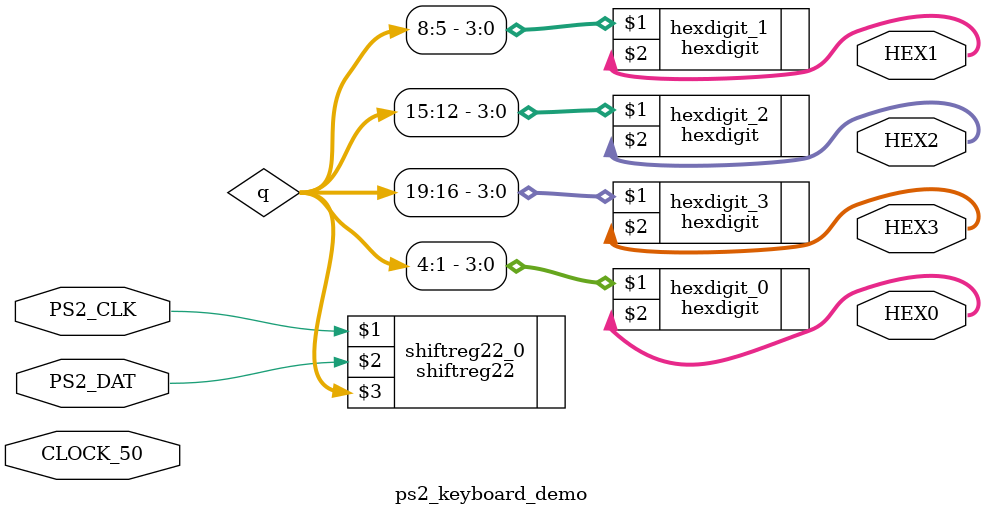
<source format=v>
module ps2_keyboard_demo (
   input             CLOCK_50,
   inout             PS2_CLK,
   inout             PS2_DAT,
   output   [6:0]    HEX0,
   output   [6:0]    HEX1,
   output   [6:0]    HEX2,
   output   [6:0]    HEX3);
   
   wire [21:0] q;
   
   // 21 20 | 19 18 17 16 15 14 13 12 | 11     10 9 : 8 7 6 5 4 3 2 1 | 0
   
   shiftreg22 shiftreg22_0 (PS2_CLK, PS2_DAT, q);
   hexdigit hexdigit_3 (q[19:16], HEX3);
   hexdigit hexdigit_2 (q[15:12], HEX2);
   hexdigit hexdigit_1 (q[8:5], HEX1);
   hexdigit hexdigit_0 (q[4:1], HEX0);
   
 endmodule
 
</source>
